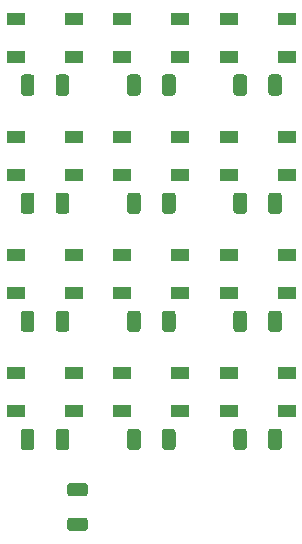
<source format=gbr>
%TF.GenerationSoftware,KiCad,Pcbnew,(5.1.12-1-10_14)*%
%TF.CreationDate,2022-01-26T17:57:44+01:00*%
%TF.ProjectId,tiny-led-esp32,74696e79-2d6c-4656-942d-65737033322e,rev?*%
%TF.SameCoordinates,Original*%
%TF.FileFunction,Paste,Top*%
%TF.FilePolarity,Positive*%
%FSLAX46Y46*%
G04 Gerber Fmt 4.6, Leading zero omitted, Abs format (unit mm)*
G04 Created by KiCad (PCBNEW (5.1.12-1-10_14)) date 2022-01-26 17:57:44*
%MOMM*%
%LPD*%
G01*
G04 APERTURE LIST*
%ADD10R,1.500000X1.000000*%
G04 APERTURE END LIST*
%TO.C,R1*%
G36*
G01*
X147373501Y-124832000D02*
X146123499Y-124832000D01*
G75*
G02*
X145873500Y-124582001I0J249999D01*
G01*
X145873500Y-123956999D01*
G75*
G02*
X146123499Y-123707000I249999J0D01*
G01*
X147373501Y-123707000D01*
G75*
G02*
X147623500Y-123956999I0J-249999D01*
G01*
X147623500Y-124582001D01*
G75*
G02*
X147373501Y-124832000I-249999J0D01*
G01*
G37*
G36*
G01*
X147373501Y-127757000D02*
X146123499Y-127757000D01*
G75*
G02*
X145873500Y-127507001I0J249999D01*
G01*
X145873500Y-126881999D01*
G75*
G02*
X146123499Y-126632000I249999J0D01*
G01*
X147373501Y-126632000D01*
G75*
G02*
X147623500Y-126881999I0J-249999D01*
G01*
X147623500Y-127507001D01*
G75*
G02*
X147373501Y-127757000I-249999J0D01*
G01*
G37*
%TD*%
%TO.C,C13*%
G36*
G01*
X161100000Y-119349999D02*
X161100000Y-120650001D01*
G75*
G02*
X160850001Y-120900000I-249999J0D01*
G01*
X160199999Y-120900000D01*
G75*
G02*
X159950000Y-120650001I0J249999D01*
G01*
X159950000Y-119349999D01*
G75*
G02*
X160199999Y-119100000I249999J0D01*
G01*
X160850001Y-119100000D01*
G75*
G02*
X161100000Y-119349999I0J-249999D01*
G01*
G37*
G36*
G01*
X164050000Y-119349999D02*
X164050000Y-120650001D01*
G75*
G02*
X163800001Y-120900000I-249999J0D01*
G01*
X163149999Y-120900000D01*
G75*
G02*
X162900000Y-120650001I0J249999D01*
G01*
X162900000Y-119349999D01*
G75*
G02*
X163149999Y-119100000I249999J0D01*
G01*
X163800001Y-119100000D01*
G75*
G02*
X164050000Y-119349999I0J-249999D01*
G01*
G37*
%TD*%
%TO.C,C12*%
G36*
G01*
X152100000Y-119349999D02*
X152100000Y-120650001D01*
G75*
G02*
X151850001Y-120900000I-249999J0D01*
G01*
X151199999Y-120900000D01*
G75*
G02*
X150950000Y-120650001I0J249999D01*
G01*
X150950000Y-119349999D01*
G75*
G02*
X151199999Y-119100000I249999J0D01*
G01*
X151850001Y-119100000D01*
G75*
G02*
X152100000Y-119349999I0J-249999D01*
G01*
G37*
G36*
G01*
X155050000Y-119349999D02*
X155050000Y-120650001D01*
G75*
G02*
X154800001Y-120900000I-249999J0D01*
G01*
X154149999Y-120900000D01*
G75*
G02*
X153900000Y-120650001I0J249999D01*
G01*
X153900000Y-119349999D01*
G75*
G02*
X154149999Y-119100000I249999J0D01*
G01*
X154800001Y-119100000D01*
G75*
G02*
X155050000Y-119349999I0J-249999D01*
G01*
G37*
%TD*%
%TO.C,C11*%
G36*
G01*
X143100000Y-119349999D02*
X143100000Y-120650001D01*
G75*
G02*
X142850001Y-120900000I-249999J0D01*
G01*
X142199999Y-120900000D01*
G75*
G02*
X141950000Y-120650001I0J249999D01*
G01*
X141950000Y-119349999D01*
G75*
G02*
X142199999Y-119100000I249999J0D01*
G01*
X142850001Y-119100000D01*
G75*
G02*
X143100000Y-119349999I0J-249999D01*
G01*
G37*
G36*
G01*
X146050000Y-119349999D02*
X146050000Y-120650001D01*
G75*
G02*
X145800001Y-120900000I-249999J0D01*
G01*
X145149999Y-120900000D01*
G75*
G02*
X144900000Y-120650001I0J249999D01*
G01*
X144900000Y-119349999D01*
G75*
G02*
X145149999Y-119100000I249999J0D01*
G01*
X145800001Y-119100000D01*
G75*
G02*
X146050000Y-119349999I0J-249999D01*
G01*
G37*
%TD*%
%TO.C,C10*%
G36*
G01*
X144900000Y-110650001D02*
X144900000Y-109349999D01*
G75*
G02*
X145149999Y-109100000I249999J0D01*
G01*
X145800001Y-109100000D01*
G75*
G02*
X146050000Y-109349999I0J-249999D01*
G01*
X146050000Y-110650001D01*
G75*
G02*
X145800001Y-110900000I-249999J0D01*
G01*
X145149999Y-110900000D01*
G75*
G02*
X144900000Y-110650001I0J249999D01*
G01*
G37*
G36*
G01*
X141950000Y-110650001D02*
X141950000Y-109349999D01*
G75*
G02*
X142199999Y-109100000I249999J0D01*
G01*
X142850001Y-109100000D01*
G75*
G02*
X143100000Y-109349999I0J-249999D01*
G01*
X143100000Y-110650001D01*
G75*
G02*
X142850001Y-110900000I-249999J0D01*
G01*
X142199999Y-110900000D01*
G75*
G02*
X141950000Y-110650001I0J249999D01*
G01*
G37*
%TD*%
%TO.C,C9*%
G36*
G01*
X153900000Y-110650001D02*
X153900000Y-109349999D01*
G75*
G02*
X154149999Y-109100000I249999J0D01*
G01*
X154800001Y-109100000D01*
G75*
G02*
X155050000Y-109349999I0J-249999D01*
G01*
X155050000Y-110650001D01*
G75*
G02*
X154800001Y-110900000I-249999J0D01*
G01*
X154149999Y-110900000D01*
G75*
G02*
X153900000Y-110650001I0J249999D01*
G01*
G37*
G36*
G01*
X150950000Y-110650001D02*
X150950000Y-109349999D01*
G75*
G02*
X151199999Y-109100000I249999J0D01*
G01*
X151850001Y-109100000D01*
G75*
G02*
X152100000Y-109349999I0J-249999D01*
G01*
X152100000Y-110650001D01*
G75*
G02*
X151850001Y-110900000I-249999J0D01*
G01*
X151199999Y-110900000D01*
G75*
G02*
X150950000Y-110650001I0J249999D01*
G01*
G37*
%TD*%
%TO.C,C8*%
G36*
G01*
X162900000Y-110650001D02*
X162900000Y-109349999D01*
G75*
G02*
X163149999Y-109100000I249999J0D01*
G01*
X163800001Y-109100000D01*
G75*
G02*
X164050000Y-109349999I0J-249999D01*
G01*
X164050000Y-110650001D01*
G75*
G02*
X163800001Y-110900000I-249999J0D01*
G01*
X163149999Y-110900000D01*
G75*
G02*
X162900000Y-110650001I0J249999D01*
G01*
G37*
G36*
G01*
X159950000Y-110650001D02*
X159950000Y-109349999D01*
G75*
G02*
X160199999Y-109100000I249999J0D01*
G01*
X160850001Y-109100000D01*
G75*
G02*
X161100000Y-109349999I0J-249999D01*
G01*
X161100000Y-110650001D01*
G75*
G02*
X160850001Y-110900000I-249999J0D01*
G01*
X160199999Y-110900000D01*
G75*
G02*
X159950000Y-110650001I0J249999D01*
G01*
G37*
%TD*%
%TO.C,C7*%
G36*
G01*
X161100000Y-99349999D02*
X161100000Y-100650001D01*
G75*
G02*
X160850001Y-100900000I-249999J0D01*
G01*
X160199999Y-100900000D01*
G75*
G02*
X159950000Y-100650001I0J249999D01*
G01*
X159950000Y-99349999D01*
G75*
G02*
X160199999Y-99100000I249999J0D01*
G01*
X160850001Y-99100000D01*
G75*
G02*
X161100000Y-99349999I0J-249999D01*
G01*
G37*
G36*
G01*
X164050000Y-99349999D02*
X164050000Y-100650001D01*
G75*
G02*
X163800001Y-100900000I-249999J0D01*
G01*
X163149999Y-100900000D01*
G75*
G02*
X162900000Y-100650001I0J249999D01*
G01*
X162900000Y-99349999D01*
G75*
G02*
X163149999Y-99100000I249999J0D01*
G01*
X163800001Y-99100000D01*
G75*
G02*
X164050000Y-99349999I0J-249999D01*
G01*
G37*
%TD*%
%TO.C,C6*%
G36*
G01*
X152100000Y-99349999D02*
X152100000Y-100650001D01*
G75*
G02*
X151850001Y-100900000I-249999J0D01*
G01*
X151199999Y-100900000D01*
G75*
G02*
X150950000Y-100650001I0J249999D01*
G01*
X150950000Y-99349999D01*
G75*
G02*
X151199999Y-99100000I249999J0D01*
G01*
X151850001Y-99100000D01*
G75*
G02*
X152100000Y-99349999I0J-249999D01*
G01*
G37*
G36*
G01*
X155050000Y-99349999D02*
X155050000Y-100650001D01*
G75*
G02*
X154800001Y-100900000I-249999J0D01*
G01*
X154149999Y-100900000D01*
G75*
G02*
X153900000Y-100650001I0J249999D01*
G01*
X153900000Y-99349999D01*
G75*
G02*
X154149999Y-99100000I249999J0D01*
G01*
X154800001Y-99100000D01*
G75*
G02*
X155050000Y-99349999I0J-249999D01*
G01*
G37*
%TD*%
%TO.C,C5*%
G36*
G01*
X143100000Y-99349999D02*
X143100000Y-100650001D01*
G75*
G02*
X142850001Y-100900000I-249999J0D01*
G01*
X142199999Y-100900000D01*
G75*
G02*
X141950000Y-100650001I0J249999D01*
G01*
X141950000Y-99349999D01*
G75*
G02*
X142199999Y-99100000I249999J0D01*
G01*
X142850001Y-99100000D01*
G75*
G02*
X143100000Y-99349999I0J-249999D01*
G01*
G37*
G36*
G01*
X146050000Y-99349999D02*
X146050000Y-100650001D01*
G75*
G02*
X145800001Y-100900000I-249999J0D01*
G01*
X145149999Y-100900000D01*
G75*
G02*
X144900000Y-100650001I0J249999D01*
G01*
X144900000Y-99349999D01*
G75*
G02*
X145149999Y-99100000I249999J0D01*
G01*
X145800001Y-99100000D01*
G75*
G02*
X146050000Y-99349999I0J-249999D01*
G01*
G37*
%TD*%
%TO.C,C4*%
G36*
G01*
X144900000Y-90650001D02*
X144900000Y-89349999D01*
G75*
G02*
X145149999Y-89100000I249999J0D01*
G01*
X145800001Y-89100000D01*
G75*
G02*
X146050000Y-89349999I0J-249999D01*
G01*
X146050000Y-90650001D01*
G75*
G02*
X145800001Y-90900000I-249999J0D01*
G01*
X145149999Y-90900000D01*
G75*
G02*
X144900000Y-90650001I0J249999D01*
G01*
G37*
G36*
G01*
X141950000Y-90650001D02*
X141950000Y-89349999D01*
G75*
G02*
X142199999Y-89100000I249999J0D01*
G01*
X142850001Y-89100000D01*
G75*
G02*
X143100000Y-89349999I0J-249999D01*
G01*
X143100000Y-90650001D01*
G75*
G02*
X142850001Y-90900000I-249999J0D01*
G01*
X142199999Y-90900000D01*
G75*
G02*
X141950000Y-90650001I0J249999D01*
G01*
G37*
%TD*%
%TO.C,C3*%
G36*
G01*
X153900000Y-90650001D02*
X153900000Y-89349999D01*
G75*
G02*
X154149999Y-89100000I249999J0D01*
G01*
X154800001Y-89100000D01*
G75*
G02*
X155050000Y-89349999I0J-249999D01*
G01*
X155050000Y-90650001D01*
G75*
G02*
X154800001Y-90900000I-249999J0D01*
G01*
X154149999Y-90900000D01*
G75*
G02*
X153900000Y-90650001I0J249999D01*
G01*
G37*
G36*
G01*
X150950000Y-90650001D02*
X150950000Y-89349999D01*
G75*
G02*
X151199999Y-89100000I249999J0D01*
G01*
X151850001Y-89100000D01*
G75*
G02*
X152100000Y-89349999I0J-249999D01*
G01*
X152100000Y-90650001D01*
G75*
G02*
X151850001Y-90900000I-249999J0D01*
G01*
X151199999Y-90900000D01*
G75*
G02*
X150950000Y-90650001I0J249999D01*
G01*
G37*
%TD*%
%TO.C,C2*%
G36*
G01*
X162900000Y-90650001D02*
X162900000Y-89349999D01*
G75*
G02*
X163149999Y-89100000I249999J0D01*
G01*
X163800001Y-89100000D01*
G75*
G02*
X164050000Y-89349999I0J-249999D01*
G01*
X164050000Y-90650001D01*
G75*
G02*
X163800001Y-90900000I-249999J0D01*
G01*
X163149999Y-90900000D01*
G75*
G02*
X162900000Y-90650001I0J249999D01*
G01*
G37*
G36*
G01*
X159950000Y-90650001D02*
X159950000Y-89349999D01*
G75*
G02*
X160199999Y-89100000I249999J0D01*
G01*
X160850001Y-89100000D01*
G75*
G02*
X161100000Y-89349999I0J-249999D01*
G01*
X161100000Y-90650001D01*
G75*
G02*
X160850001Y-90900000I-249999J0D01*
G01*
X160199999Y-90900000D01*
G75*
G02*
X159950000Y-90650001I0J249999D01*
G01*
G37*
%TD*%
D10*
%TO.C,D12*%
X164450000Y-117600000D03*
X164450000Y-114400000D03*
X159550000Y-117600000D03*
X159550000Y-114400000D03*
%TD*%
%TO.C,D11*%
X155450000Y-117600000D03*
X155450000Y-114400000D03*
X150550000Y-117600000D03*
X150550000Y-114400000D03*
%TD*%
%TO.C,D10*%
X146450000Y-117600000D03*
X146450000Y-114400000D03*
X141550000Y-117600000D03*
X141550000Y-114400000D03*
%TD*%
%TO.C,D9*%
X141550000Y-104400000D03*
X141550000Y-107600000D03*
X146450000Y-104400000D03*
X146450000Y-107600000D03*
%TD*%
%TO.C,D8*%
X150550000Y-104400000D03*
X150550000Y-107600000D03*
X155450000Y-104400000D03*
X155450000Y-107600000D03*
%TD*%
%TO.C,D7*%
X159550000Y-104400000D03*
X159550000Y-107600000D03*
X164450000Y-104400000D03*
X164450000Y-107600000D03*
%TD*%
%TO.C,D6*%
X164450000Y-97600000D03*
X164450000Y-94400000D03*
X159550000Y-97600000D03*
X159550000Y-94400000D03*
%TD*%
%TO.C,D5*%
X155450000Y-97600000D03*
X155450000Y-94400000D03*
X150550000Y-97600000D03*
X150550000Y-94400000D03*
%TD*%
%TO.C,D4*%
X146450000Y-97600000D03*
X146450000Y-94400000D03*
X141550000Y-97600000D03*
X141550000Y-94400000D03*
%TD*%
%TO.C,D3*%
X141550000Y-84400000D03*
X141550000Y-87600000D03*
X146450000Y-84400000D03*
X146450000Y-87600000D03*
%TD*%
%TO.C,D2*%
X150550000Y-84400000D03*
X150550000Y-87600000D03*
X155450000Y-84400000D03*
X155450000Y-87600000D03*
%TD*%
%TO.C,D1*%
X159550000Y-84400000D03*
X159550000Y-87600000D03*
X164450000Y-84400000D03*
X164450000Y-87600000D03*
%TD*%
M02*

</source>
